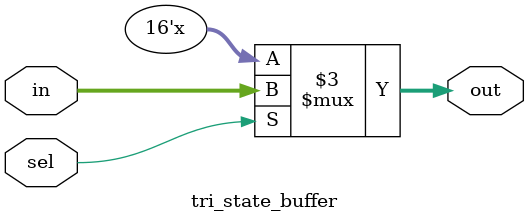
<source format=v>

module tri_state_buffer(
	sel,
	in,
	out
);

input sel;
input [15:0] in;
output reg [15:0] out;

// reg [15:0] in;

always @ (*)
	if (sel == 1'b1)
		out <= in;
	
endmodule


</source>
